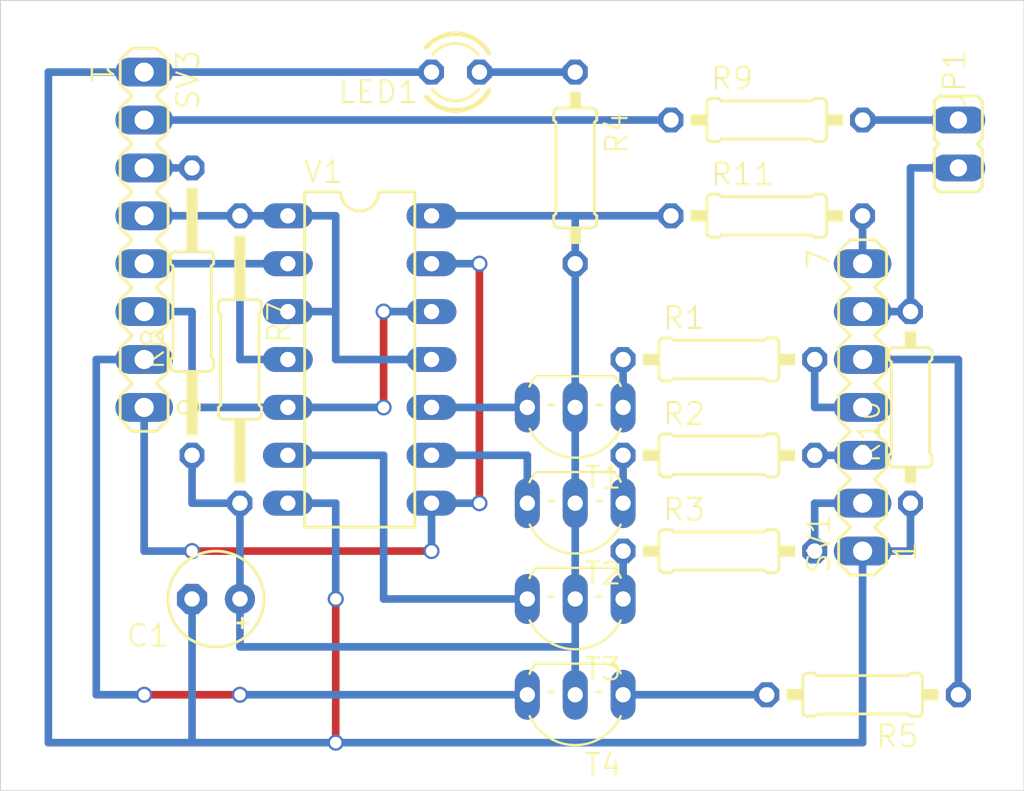
<source format=kicad_pcb>
(kicad_pcb (version 20240108) (generator "pcbnew") (generator_version "8.0")
  (layers (0 "F.Cu" signal) (31 "B.Cu" signal) (34 "B.Paste" user) (35 "F.Paste" user) (36 "B.SilkS" user "B.Silkscreen") (37 "F.SilkS" user "F.Silkscreen") (38 "B.Mask" user) (39 "F.Mask" user) (44 "Edge.Cuts" user))
  (net 0 "")
  (net 1 "3_SOUND")
  (net 2 "6_BALL")
  (net 3 "9_RIGHT_PLAYER")
  (net 4 "10_LEFT_PLAYER")
  (net 5 "24_SCORE+FIELD")
  (net 6 "COMPOSITE_VIDEO")
  (net 7 "B_OUT")
  (net 8 "G_OUT")
  (net 9 "R_OUT")
  (net 10 "R_TTL")
  (net 11 "G_TTL")
  (net 12 "B_TTL")
  (net 13 "N$6")
  (net 14 "N$7")
  (net 15 "N$21")
  (net 16 "4_VCC")
  (net 17 "AUDIO_OUT")
  (net 18 "N$23")
  (net 19 "RGB_CVBS_")
  (net 20 "16_SYNC")
  (net 21 "VCC")
  (net 22 "GND")
  (net 23 "N$1")
  (net 24 "N$2")
  (footprint "rgbpong:TO92-ECB" (layer "F.Cu") (at 151.8411 120.8736 180)
    (property "Reference" "T4" (at -2.54 -3.048 0) (layer "F.SilkS") (effects (font (size 1.1557 1.1557) (thickness 0.1143)) (justify right top)))
    (property "Value" "BC547")
    (pad "B" thru_hole oval (at 2.54 0 270) (size 2.6416 1.3208) (drill 0.8128) (layers "*.Cu" "*.Mask") (net 20 "16_SYNC"))
    (pad "C" thru_hole oval (at 0 0 270) (size 2.6416 1.3208) (drill 0.8128) (layers "*.Cu" "*.Mask") (net 21 "VCC"))
    (pad "E" thru_hole oval (at -2.54 0 270) (size 2.6416 1.3208) (drill 0.8128) (layers "*.Cu" "*.Mask") (net 24 "N$2"))
  )
  (footprint "rgbpong:TO92-ECB" (layer "F.Cu") (at 151.8411 110.7136 180)
    (property "Reference" "T2" (at -2.54 -3.048 0) (layer "F.SilkS") (effects (font (size 1.1557 1.1557) (thickness 0.1143)) (justify right top)))
    (property "Value" "BC547")
    (pad "B" thru_hole oval (at 2.54 0 270) (size 2.6416 1.3208) (drill 0.8128) (layers "*.Cu" "*.Mask") (net 11 "G_TTL"))
    (pad "C" thru_hole oval (at 0 0 270) (size 2.6416 1.3208) (drill 0.8128) (layers "*.Cu" "*.Mask") (net 21 "VCC"))
    (pad "E" thru_hole oval (at -2.54 0 270) (size 2.6416 1.3208) (drill 0.8128) (layers "*.Cu" "*.Mask") (net 14 "N$7"))
  )
  (footprint "rgbpong:0207_10" (layer "F.Cu") (at 151.8411 92.9336 -90)
    (property "Reference" "R4" (at -3.048 -1.524 90) (layer "F.SilkS") (effects (font (size 1.1557 1.1557) (thickness 0.1143)) (justify right top)))
    (property "Value" "330")
    (pad "1" thru_hole roundrect (at -5.08 0 270) (size 1.3208 1.3208) (drill 0.8128) (layers "*.Cu" "*.Mask") (chamfer_ratio 0.2928932188) (chamfer top_left top_right bottom_left bottom_right) (net 23 "N$1"))
    (pad "2" thru_hole roundrect (at 5.08 0 270) (size 1.3208 1.3208) (drill 0.8128) (layers "*.Cu" "*.Mask") (chamfer_ratio 0.2928932188) (chamfer top_left top_right bottom_left bottom_right) (net 21 "VCC"))
  )
  (footprint "rgbpong:0207_15" (layer "F.Cu") (at 131.5211 100.5536 90)
    (property "Reference" "R8" (at -3.175 -1.397 90) (layer "F.SilkS") (effects (font (size 1.1557 1.1557) (thickness 0.1143)) (justify left bottom)))
    (property "Value" "1")
    (pad "1" thru_hole roundrect (at -7.62 0 90) (size 1.3208 1.3208) (drill 0.8128) (layers "*.Cu" "*.Mask") (chamfer_ratio 0.2928932188) (chamfer top_left top_right bottom_left bottom_right) (net 21 "VCC"))
    (pad "2" thru_hole roundrect (at 7.62 0 90) (size 1.3208 1.3208) (drill 0.8128) (layers "*.Cu" "*.Mask") (chamfer_ratio 0.2928932188) (chamfer top_left top_right bottom_left bottom_right) (net 16 "4_VCC"))
  )
  (footprint "rgbpong:MA08-1" (layer "F.Cu") (at 128.9811 96.7436 -90)
    (property "Reference" "SV3" (at -10.16 -1.651 90) (layer "F.SilkS") (effects (font (size 1.1557 1.1557) (thickness 0.1143)) (justify right top)))
    (property "Value" "0")
    (fp_text user "8" (at 8.255 -1.651 -90) (layer "F.SilkS") (effects (font (size 1.143 1.143) (thickness 0.127)) (justify left bottom)))
    (fp_text user "1" (at -9.398 2.921 -90) (layer "F.SilkS") (effects (font (size 1.143 1.143) (thickness 0.127)) (justify left bottom)))
    (pad "1" thru_hole oval (at -8.89 0) (size 3.048 1.524) (drill 1.016) (layers "*.Cu" "*.Mask") (net 22 "GND"))
    (pad "2" thru_hole oval (at -6.35 0) (size 3.048 1.524) (drill 1.016) (layers "*.Cu" "*.Mask") (net 1 "3_SOUND"))
    (pad "3" thru_hole oval (at -3.81 0) (size 3.048 1.524) (drill 1.016) (layers "*.Cu" "*.Mask") (net 16 "4_VCC"))
    (pad "4" thru_hole oval (at -1.27 0) (size 3.048 1.524) (drill 1.016) (layers "*.Cu" "*.Mask") (net 2 "6_BALL"))
    (pad "5" thru_hole oval (at 1.27 0) (size 3.048 1.524) (drill 1.016) (layers "*.Cu" "*.Mask") (net 3 "9_RIGHT_PLAYER"))
    (pad "6" thru_hole oval (at 3.81 0) (size 3.048 1.524) (drill 1.016) (layers "*.Cu" "*.Mask") (net 4 "10_LEFT_PLAYER"))
    (pad "7" thru_hole oval (at 6.35 0) (size 3.048 1.524) (drill 1.016) (layers "*.Cu" "*.Mask") (net 20 "16_SYNC"))
    (pad "8" thru_hole oval (at 8.89 0) (size 3.048 1.524) (drill 1.016) (layers "*.Cu" "*.Mask") (net 5 "24_SCORE+FIELD"))
  )
  (footprint "rgbpong:0207_10" (layer "F.Cu") (at 169.6211 105.6336 90)
    (property "Reference" "R10" (at -3.048 -1.524 90) (layer "F.SilkS") (effects (font (size 1.1557 1.1557) (thickness 0.1143)) (justify left bottom)))
    (property "Value" "1k5")
    (pad "1" thru_hole roundrect (at -5.08 0 90) (size 1.3208 1.3208) (drill 0.8128) (layers "*.Cu" "*.Mask") (chamfer_ratio 0.2928932188) (chamfer top_left top_right bottom_left bottom_right) (net 22 "GND"))
    (pad "2" thru_hole roundrect (at 5.08 0 90) (size 1.3208 1.3208) (drill 0.8128) (layers "*.Cu" "*.Mask") (chamfer_ratio 0.2928932188) (chamfer top_left top_right bottom_left bottom_right) (net 17 "AUDIO_OUT"))
  )
  (footprint "rgbpong:TO92-ECB" (layer "F.Cu") (at 151.8411 105.6336 180)
    (property "Reference" "T1" (at -2.54 -3.048 0) (layer "F.SilkS") (effects (font (size 1.1557 1.1557) (thickness 0.1143)) (justify right top)))
    (property "Value" "BC547")
    (pad "B" thru_hole oval (at 2.54 0 270) (size 2.6416 1.3208) (drill 0.8128) (layers "*.Cu" "*.Mask") (net 10 "R_TTL"))
    (pad "C" thru_hole oval (at 0 0 270) (size 2.6416 1.3208) (drill 0.8128) (layers "*.Cu" "*.Mask") (net 21 "VCC"))
    (pad "E" thru_hole oval (at -2.54 0 270) (size 2.6416 1.3208) (drill 0.8128) (layers "*.Cu" "*.Mask") (net 13 "N$6"))
  )
  (footprint "rgbpong:LED3MM" (layer "F.Cu") (at 145.4911 87.8536 180)
    (property "Reference" "LED1" (at 1.905 -0.381 0) (layer "F.SilkS") (effects (font (size 1.1557 1.1557) (thickness 0.1143)) (justify right top)))
    (property "Value" "rot")
    (pad "A" thru_hole roundrect (at -1.27 0 180) (size 1.3208 1.3208) (drill 0.8128) (layers "*.Cu" "*.Mask") (chamfer_ratio 0.2928932188) (chamfer top_left top_right bottom_left bottom_right) (net 23 "N$1"))
    (pad "K" thru_hole roundrect (at 1.27 0 180) (size 1.3208 1.3208) (drill 0.8128) (layers "*.Cu" "*.Mask") (chamfer_ratio 0.2928932188) (chamfer top_left top_right bottom_left bottom_right) (net 22 "GND"))
  )
  (footprint "rgbpong:0207_10" (layer "F.Cu") (at 159.4611 108.1736)
    (property "Reference" "R2" (at -3.048 -1.524 0) (layer "F.SilkS") (effects (font (size 1.1557 1.1557) (thickness 0.1143)) (justify left bottom)))
    (property "Value" "470")
    (pad "1" thru_hole roundrect (at -5.08 0) (size 1.3208 1.3208) (drill 0.8128) (layers "*.Cu" "*.Mask") (chamfer_ratio 0.2928932188) (chamfer top_left top_right bottom_left bottom_right) (net 14 "N$7"))
    (pad "2" thru_hole roundrect (at 5.08 0) (size 1.3208 1.3208) (drill 0.8128) (layers "*.Cu" "*.Mask") (chamfer_ratio 0.2928932188) (chamfer top_left top_right bottom_left bottom_right) (net 8 "G_OUT"))
  )
  (footprint "rgbpong:JP1" (layer "F.Cu") (at 172.1611 91.6636 180)
    (property "Reference" "JP1" (at 0.889 5.08 90) (layer "F.SilkS") (effects (font (size 1.1557 1.1557) (thickness 0.1143)) (justify right top)))
    (property "Value" "0")
    (pad "1" thru_hole oval (at 0 1.27 180) (size 2.8448 1.4224) (drill 0.9144) (layers "*.Cu" "*.Mask") (net 18 "N$23"))
    (pad "2" thru_hole oval (at 0 -1.27 180) (size 2.8448 1.4224) (drill 0.9144) (layers "*.Cu" "*.Mask") (net 17 "AUDIO_OUT"))
  )
  (footprint "rgbpong:0207_15" (layer "F.Cu") (at 134.0611 103.0936 -90)
    (property "Reference" "R7" (at -3.175 -1.397 90) (layer "F.SilkS") (effects (font (size 1.1557 1.1557) (thickness 0.1143)) (justify right top)))
    (property "Value" "1k")
    (pad "1" thru_hole roundrect (at -7.62 0 270) (size 1.3208 1.3208) (drill 0.8128) (layers "*.Cu" "*.Mask") (chamfer_ratio 0.2928932188) (chamfer top_left top_right bottom_left bottom_right) (net 2 "6_BALL"))
    (pad "2" thru_hole roundrect (at 7.62 0 270) (size 1.3208 1.3208) (drill 0.8128) (layers "*.Cu" "*.Mask") (chamfer_ratio 0.2928932188) (chamfer top_left top_right bottom_left bottom_right) (net 21 "VCC"))
  )
  (footprint "rgbpong:0207_10" (layer "F.Cu") (at 162.0011 95.4736)
    (property "Reference" "R11" (at -3.048 -1.524 0) (layer "F.SilkS") (effects (font (size 1.1557 1.1557) (thickness 0.1143)) (justify left bottom)))
    (property "Value" "150")
    (pad "1" thru_hole roundrect (at -5.08 0) (size 1.3208 1.3208) (drill 0.8128) (layers "*.Cu" "*.Mask") (chamfer_ratio 0.2928932188) (chamfer top_left top_right bottom_left bottom_right) (net 21 "VCC"))
    (pad "2" thru_hole roundrect (at 5.08 0) (size 1.3208 1.3208) (drill 0.8128) (layers "*.Cu" "*.Mask") (chamfer_ratio 0.2928932188) (chamfer top_left top_right bottom_left bottom_right) (net 19 "RGB_CVBS_"))
  )
  (footprint "rgbpong:0207_10" (layer "F.Cu") (at 159.4611 103.0936)
    (property "Reference" "R1" (at -3.048 -1.524 0) (layer "F.SilkS") (effects (font (size 1.1557 1.1557) (thickness 0.1143)) (justify left bottom)))
    (property "Value" "470")
    (pad "1" thru_hole roundrect (at -5.08 0) (size 1.3208 1.3208) (drill 0.8128) (layers "*.Cu" "*.Mask") (chamfer_ratio 0.2928932188) (chamfer top_left top_right bottom_left bottom_right) (net 13 "N$6"))
    (pad "2" thru_hole roundrect (at 5.08 0) (size 1.3208 1.3208) (drill 0.8128) (layers "*.Cu" "*.Mask") (chamfer_ratio 0.2928932188) (chamfer top_left top_right bottom_left bottom_right) (net 9 "R_OUT"))
  )
  (footprint "rgbpong:0207_10" (layer "F.Cu") (at 167.0811 120.8736 180)
    (property "Reference" "R5" (at -3.048 -1.524 0) (layer "F.SilkS") (effects (font (size 1.1557 1.1557) (thickness 0.1143)) (justify right top)))
    (property "Value" "1k5")
    (pad "1" thru_hole roundrect (at -5.08 0 180) (size 1.3208 1.3208) (drill 0.8128) (layers "*.Cu" "*.Mask") (chamfer_ratio 0.2928932188) (chamfer top_left top_right bottom_left bottom_right) (net 6 "COMPOSITE_VIDEO"))
    (pad "2" thru_hole roundrect (at 5.08 0 180) (size 1.3208 1.3208) (drill 0.8128) (layers "*.Cu" "*.Mask") (chamfer_ratio 0.2928932188) (chamfer top_left top_right bottom_left bottom_right) (net 24 "N$2"))
  )
  (footprint "rgbpong:TO92-ECB" (layer "F.Cu") (at 151.8411 115.7936 180)
    (property "Reference" "T3" (at -2.54 -3.048 0) (layer "F.SilkS") (effects (font (size 1.1557 1.1557) (thickness 0.1143)) (justify right top)))
    (property "Value" "BC547")
    (pad "B" thru_hole oval (at 2.54 0 270) (size 2.6416 1.3208) (drill 0.8128) (layers "*.Cu" "*.Mask") (net 12 "B_TTL"))
    (pad "C" thru_hole oval (at 0 0 270) (size 2.6416 1.3208) (drill 0.8128) (layers "*.Cu" "*.Mask") (net 21 "VCC"))
    (pad "E" thru_hole oval (at -2.54 0 270) (size 2.6416 1.3208) (drill 0.8128) (layers "*.Cu" "*.Mask") (net 15 "N$21"))
  )
  (footprint "rgbpong:E2,5-5" (layer "F.Cu") (at 132.7911 115.7936 180)
    (property "Reference" "C1" (at 2.413 -1.27 0) (layer "F.SilkS") (effects (font (size 1.1557 1.1557) (thickness 0.1143)) (justify right top)))
    (property "Value" "100µ")
    (pad "+" thru_hole circle (at -1.27 0 180) (size 1.6002 1.6002) (drill 0.8128) (layers "*.Cu" "*.Mask") (net 21 "VCC"))
    (pad "-" thru_hole roundrect (at 1.27 0 180) (size 1.6002 1.6002) (drill 0.8128) (layers "*.Cu" "*.Mask") (chamfer_ratio 0.2928932188) (chamfer top_left top_right bottom_left bottom_right) (net 22 "GND"))
  )
  (footprint "rgbpong:0207_10" (layer "F.Cu") (at 162.0011 90.3936)
    (property "Reference" "R9" (at -3.048 -1.524 0) (layer "F.SilkS") (effects (font (size 1.1557 1.1557) (thickness 0.1143)) (justify left bottom)))
    (property "Value" "5k6")
    (pad "1" thru_hole roundrect (at -5.08 0) (size 1.3208 1.3208) (drill 0.8128) (layers "*.Cu" "*.Mask") (chamfer_ratio 0.2928932188) (chamfer top_left top_right bottom_left bottom_right) (net 1 "3_SOUND"))
    (pad "2" thru_hole roundrect (at 5.08 0) (size 1.3208 1.3208) (drill 0.8128) (layers "*.Cu" "*.Mask") (chamfer_ratio 0.2928932188) (chamfer top_left top_right bottom_left bottom_right) (net 18 "N$23"))
  )
  (footprint "rgbpong:MA07-1" (layer "F.Cu") (at 167.0811 105.6336 90)
    (property "Reference" "SV1" (at -8.89 -1.651 90) (layer "F.SilkS") (effects (font (size 1.1557 1.1557) (thickness 0.1143)) (justify left bottom)))
    (property "Value" "0")
    (fp_text user "7" (at 7.239 -1.651 90) (layer "F.SilkS") (effects (font (size 1.143 1.143) (thickness 0.127)) (justify left bottom)))
    (fp_text user "1" (at -8.255 2.921 90) (layer "F.SilkS") (effects (font (size 1.143 1.143) (thickness 0.127)) (justify left bottom)))
    (pad "1" thru_hole oval (at -7.62 0 180) (size 3.048 1.524) (drill 1.016) (layers "*.Cu" "*.Mask") (net 22 "GND"))
    (pad "2" thru_hole oval (at -5.08 0 180) (size 3.048 1.524) (drill 1.016) (layers "*.Cu" "*.Mask") (net 7 "B_OUT"))
    (pad "3" thru_hole oval (at -2.54 0 180) (size 3.048 1.524) (drill 1.016) (layers "*.Cu" "*.Mask") (net 8 "G_OUT"))
    (pad "4" thru_hole oval (at 0 0 180) (size 3.048 1.524) (drill 1.016) (layers "*.Cu" "*.Mask") (net 9 "R_OUT"))
    (pad "5" thru_hole oval (at 2.54 0 180) (size 3.048 1.524) (drill 1.016) (layers "*.Cu" "*.Mask") (net 6 "COMPOSITE_VIDEO"))
    (pad "6" thru_hole oval (at 5.08 0 180) (size 3.048 1.524) (drill 1.016) (layers "*.Cu" "*.Mask") (net 17 "AUDIO_OUT"))
    (pad "7" thru_hole oval (at 7.62 0 180) (size 3.048 1.524) (drill 1.016) (layers "*.Cu" "*.Mask") (net 19 "RGB_CVBS_"))
  )
  (footprint "rgbpong:DIL14" (layer "F.Cu") (at 140.4111 103.0936 -90)
    (property "Reference" "V1" (at -9.271 3.048 0) (layer "F.SilkS") (effects (font (size 1.1557 1.1557) (thickness 0.1143)) (justify left bottom)))
    (property "Value" "744075N")
    (pad "1" thru_hole oval (at -7.62 3.81) (size 2.6416 1.3208) (drill 0.8128) (layers "*.Cu" "*.Mask") (net 2 "6_BALL"))
    (pad "2" thru_hole oval (at -5.08 3.81) (size 2.6416 1.3208) (drill 0.8128) (layers "*.Cu" "*.Mask") (net 3 "9_RIGHT_PLAYER"))
    (pad "3" thru_hole oval (at -2.54 3.81) (size 2.6416 1.3208) (drill 0.8128) (layers "*.Cu" "*.Mask") (net 2 "6_BALL"))
    (pad "4" thru_hole oval (at 0 3.81) (size 2.6416 1.3208) (drill 0.8128) (layers "*.Cu" "*.Mask") (net 3 "9_RIGHT_PLAYER"))
    (pad "5" thru_hole oval (at 2.54 3.81) (size 2.6416 1.3208) (drill 0.8128) (layers "*.Cu" "*.Mask") (net 4 "10_LEFT_PLAYER"))
    (pad "6" thru_hole oval (at 5.08 3.81) (size 2.6416 1.3208) (drill 0.8128) (layers "*.Cu" "*.Mask") (net 12 "B_TTL"))
    (pad "7" thru_hole oval (at 7.62 3.81) (size 2.6416 1.3208) (drill 0.8128) (layers "*.Cu" "*.Mask") (net 22 "GND"))
    (pad "8" thru_hole oval (at 7.62 -3.81) (size 2.6416 1.3208) (drill 0.8128) (layers "*.Cu" "*.Mask") (net 5 "24_SCORE+FIELD"))
    (pad "9" thru_hole oval (at 5.08 -3.81) (size 2.6416 1.3208) (drill 0.8128) (layers "*.Cu" "*.Mask") (net 11 "G_TTL"))
    (pad "10" thru_hole oval (at 2.54 -3.81) (size 2.6416 1.3208) (drill 0.8128) (layers "*.Cu" "*.Mask") (net 10 "R_TTL"))
    (pad "11" thru_hole oval (at 0 -3.81) (size 2.6416 1.3208) (drill 0.8128) (layers "*.Cu" "*.Mask") (net 2 "6_BALL"))
    (pad "12" thru_hole oval (at -2.54 -3.81) (size 2.6416 1.3208) (drill 0.8128) (layers "*.Cu" "*.Mask") (net 4 "10_LEFT_PLAYER"))
    (pad "13" thru_hole oval (at -5.08 -3.81) (size 2.6416 1.3208) (drill 0.8128) (layers "*.Cu" "*.Mask") (net 5 "24_SCORE+FIELD"))
    (pad "14" thru_hole oval (at -7.62 -3.81) (size 2.6416 1.3208) (drill 0.8128) (layers "*.Cu" "*.Mask") (net 21 "VCC"))
  )
  (footprint "rgbpong:0207_10" (layer "F.Cu") (at 159.4611 113.2536)
    (property "Reference" "R3" (at -3.048 -1.524 0) (layer "F.SilkS") (effects (font (size 1.1557 1.1557) (thickness 0.1143)) (justify left bottom)))
    (property "Value" "470")
    (pad "1" thru_hole roundrect (at -5.08 0) (size 1.3208 1.3208) (drill 0.8128) (layers "*.Cu" "*.Mask") (chamfer_ratio 0.2928932188) (chamfer top_left top_right bottom_left bottom_right) (net 15 "N$21"))
    (pad "2" thru_hole roundrect (at 5.08 0) (size 1.3208 1.3208) (drill 0.8128) (layers "*.Cu" "*.Mask") (chamfer_ratio 0.2928932188) (chamfer top_left top_right bottom_left bottom_right) (net 7 "B_OUT"))
  )
  (gr_line (start 175.6411 125.9536) (end 175.6411 84.0536) (stroke (width 0.05)) (layer "Edge.Cuts"))
  (gr_line (start 175.6411 84.0536) (end 121.3611 84.0536) (stroke (width 0.05)) (layer "Edge.Cuts"))
  (gr_line (start 121.3611 84.0536) (end 121.3611 125.9536) (stroke (width 0.05)) (layer "Edge.Cuts"))
  (gr_line (start 121.3611 125.9536) (end 175.6411 125.9536) (stroke (width 0.05)) (layer "Edge.Cuts"))
  (segment (start 128.9811 90.3936) (end 156.9211 90.3936) (width 0.4064) (layer "B.Cu") (net 1))
  (segment (start 139.1411 100.5536) (end 139.1411 103.0936) (width 0.4064) (layer "B.Cu") (net 2))
  (segment (start 139.1411 103.0936) (end 144.2211 103.0936) (width 0.4064) (layer "B.Cu") (net 2))
  (segment (start 136.6011 95.4736) (end 139.1411 95.4736) (width 0.4064) (layer "B.Cu") (net 2))
  (segment (start 134.0611 95.4736) (end 136.6011 95.4736) (width 0.4064) (layer "B.Cu") (net 2))
  (segment (start 136.6011 100.5536) (end 139.1411 100.5536) (width 0.4064) (layer "B.Cu") (net 2))
  (segment (start 128.9811 95.4736) (end 134.0611 95.4736) (width 0.4064) (layer "B.Cu") (net 2))
  (segment (start 139.1411 95.4736) (end 139.1411 100.5536) (width 0.4064) (layer "B.Cu") (net 2))
  (segment (start 136.6011 103.0936) (end 134.0611 103.0936) (width 0.4064) (layer "B.Cu") (net 3))
  (segment (start 134.0611 98.0136) (end 136.6011 98.0136) (width 0.4064) (layer "B.Cu") (net 3))
  (segment (start 128.9811 98.0136) (end 134.0611 98.0136) (width 0.4064) (layer "B.Cu") (net 3))
  (segment (start 134.0611 103.0936) (end 134.0611 98.0136) (width 0.4064) (layer "B.Cu") (net 3))
  (segment (start 141.6811 105.6336) (end 141.6811 100.5536) (width 0.4064) (layer "F.Cu") (net 4))
  (via (at 141.6811 105.6336) (size 0.85) (drill 0.6096) (layers "F.Cu" "B.Cu") (net 4))
  (via (at 141.6811 100.5536) (size 0.85) (drill 0.6096) (layers "F.Cu" "B.Cu") (net 4))
  (segment (start 136.6011 105.6336) (end 131.5211 105.6336) (width 0.4064) (layer "B.Cu") (net 4))
  (segment (start 136.6011 105.6336) (end 141.6811 105.6336) (width 0.4064) (layer "B.Cu") (net 4))
  (segment (start 128.9811 100.5536) (end 131.5211 100.5536) (width 0.4064) (layer "B.Cu") (net 4))
  (segment (start 144.2211 100.5536) (end 141.6811 100.5536) (width 0.4064) (layer "B.Cu") (net 4))
  (segment (start 131.5211 105.6336) (end 131.5211 100.5536) (width 0.4064) (layer "B.Cu") (net 4))
  (segment (start 144.2211 113.2536) (end 131.5211 113.2536) (width 0.4064) (layer "F.Cu") (net 5))
  (segment (start 146.7611 110.7136) (end 146.7611 98.0136) (width 0.4064) (layer "F.Cu") (net 5))
  (via (at 131.5211 113.2536) (size 0.85) (drill 0.6096) (layers "F.Cu" "B.Cu") (net 5))
  (via (at 144.2211 113.2536) (size 0.85) (drill 0.6096) (layers "F.Cu" "B.Cu") (net 5))
  (via (at 146.7611 110.7136) (size 0.85) (drill 0.6096) (layers "F.Cu" "B.Cu") (net 5))
  (via (at 146.7611 98.0136) (size 0.85) (drill 0.6096) (layers "F.Cu" "B.Cu") (net 5))
  (segment (start 144.2211 110.7136) (end 146.7611 110.7136) (width 0.4064) (layer "B.Cu") (net 5))
  (segment (start 144.2211 98.0136) (end 146.7611 98.0136) (width 0.4064) (layer "B.Cu") (net 5))
  (segment (start 144.2211 110.7136) (end 144.2211 113.2536) (width 0.4064) (layer "B.Cu") (net 5))
  (segment (start 128.9811 113.2536) (end 131.5211 113.2536) (width 0.4064) (layer "B.Cu") (net 5))
  (segment (start 128.9811 105.6336) (end 128.9811 113.2536) (width 0.4064) (layer "B.Cu") (net 5))
  (segment (start 167.0811 103.0936) (end 172.1611 103.0936) (width 0.4064) (layer "B.Cu") (net 6))
  (segment (start 172.1611 103.0936) (end 172.1611 120.8736) (width 0.4064) (layer "B.Cu") (net 6))
  (segment (start 167.0811 110.7136) (end 164.5411 110.7136) (width 0.4064) (layer "B.Cu") (net 7))
  (segment (start 164.5411 110.7136) (end 164.5411 113.2536) (width 0.4064) (layer "B.Cu") (net 7))
  (segment (start 164.5411 108.1736) (end 167.0811 108.1736) (width 0.4064) (layer "B.Cu") (net 8))
  (segment (start 164.5411 105.6336) (end 164.5411 103.0936) (width 0.4064) (layer "B.Cu") (net 9))
  (segment (start 167.0811 105.6336) (end 164.5411 105.6336) (width 0.4064) (layer "B.Cu") (net 9))
  (segment (start 144.2211 105.6336) (end 149.3011 105.6336) (width 0.4064) (layer "B.Cu") (net 10))
  (segment (start 149.3011 108.1736) (end 149.3011 110.7136) (width 0.4064) (layer "B.Cu") (net 11))
  (segment (start 144.2211 108.1736) (end 149.3011 108.1736) (width 0.4064) (layer "B.Cu") (net 11))
  (segment (start 149.3011 115.7936) (end 141.6811 115.7936) (width 0.4064) (layer "B.Cu") (net 12))
  (segment (start 136.6011 108.1736) (end 141.6811 108.1736) (width 0.4064) (layer "B.Cu") (net 12))
  (segment (start 141.6811 108.1736) (end 141.6811 115.7936) (width 0.4064) (layer "B.Cu") (net 12))
  (segment (start 154.3811 105.6336) (end 154.3811 103.0936) (width 0.4064) (layer "B.Cu") (net 13))
  (segment (start 154.3811 110.7136) (end 154.3811 108.1736) (width 0.4064) (layer "B.Cu") (net 14))
  (segment (start 154.3811 115.7936) (end 154.3811 113.2536) (width 0.4064) (layer "B.Cu") (net 15))
  (segment (start 128.9811 92.9336) (end 131.5211 92.9336) (width 0.4064) (layer "B.Cu") (net 16))
  (segment (start 169.6211 92.9336) (end 169.6211 100.5536) (width 0.4064) (layer "B.Cu") (net 17))
  (segment (start 167.0811 100.5536) (end 169.6211 100.5536) (width 0.4064) (layer "B.Cu") (net 17))
  (segment (start 172.1611 92.9336) (end 169.6211 92.9336) (width 0.4064) (layer "B.Cu") (net 17))
  (segment (start 167.0811 90.3936) (end 172.1611 90.3936) (width 0.4064) (layer "B.Cu") (net 18))
  (segment (start 167.0811 95.4736) (end 167.0811 98.0136) (width 0.4064) (layer "B.Cu") (net 19))
  (segment (start 128.9811 120.8736) (end 134.0611 120.8736) (width 0.4064) (layer "F.Cu") (net 20))
  (via (at 128.9811 120.8736) (size 0.85) (drill 0.6096) (layers "F.Cu" "B.Cu") (net 20))
  (via (at 134.0611 120.8736) (size 0.85) (drill 0.6096) (layers "F.Cu" "B.Cu") (net 20))
  (segment (start 126.4411 120.8736) (end 128.9811 120.8736) (width 0.4064) (layer "B.Cu") (net 20))
  (segment (start 149.3011 120.8736) (end 134.0611 120.8736) (width 0.4064) (layer "B.Cu") (net 20))
  (segment (start 126.4411 103.0936) (end 126.4411 120.8736) (width 0.4064) (layer "B.Cu") (net 20))
  (segment (start 128.9811 103.0936) (end 126.4411 103.0936) (width 0.4064) (layer "B.Cu") (net 20))
  (segment (start 156.9211 95.4736) (end 151.8411 95.4736) (width 0.4064) (layer "B.Cu") (net 21))
  (segment (start 151.8411 115.7936) (end 151.8411 118.3336) (width 0.4064) (layer "B.Cu") (net 21))
  (segment (start 151.8411 118.3336) (end 134.0611 118.3336) (width 0.4064) (layer "B.Cu") (net 21))
  (segment (start 151.8411 105.6336) (end 151.8411 110.7136) (width 0.4064) (layer "B.Cu") (net 21))
  (segment (start 151.8411 98.0136) (end 151.8411 105.6336) (width 0.4064) (layer "B.Cu") (net 21))
  (segment (start 151.8411 120.8736) (end 151.8411 118.3336) (width 0.4064) (layer "B.Cu") (net 21))
  (segment (start 134.0611 110.7136) (end 134.0611 115.7936) (width 0.4064) (layer "B.Cu") (net 21))
  (segment (start 131.5211 110.7136) (end 131.5211 108.1736) (width 0.4064) (layer "B.Cu") (net 21))
  (segment (start 151.8411 95.4736) (end 151.8411 98.0136) (width 0.4064) (layer "B.Cu") (net 21))
  (segment (start 134.0611 115.7936) (end 134.0611 118.3336) (width 0.4064) (layer "B.Cu") (net 21))
  (segment (start 131.5211 110.7136) (end 134.0611 110.7136) (width 0.4064) (layer "B.Cu") (net 21))
  (segment (start 151.8411 95.4736) (end 144.2211 95.4736) (width 0.4064) (layer "B.Cu") (net 21))
  (segment (start 151.8411 110.7136) (end 151.8411 115.7936) (width 0.4064) (layer "B.Cu") (net 21))
  (segment (start 139.1411 115.7936) (end 139.1411 123.4136) (width 0.4064) (layer "F.Cu") (net 22))
  (via (at 139.1411 123.4136) (size 0.85) (drill 0.6096) (layers "F.Cu" "B.Cu") (net 22))
  (via (at 139.1411 115.7936) (size 0.85) (drill 0.6096) (layers "F.Cu" "B.Cu") (net 22))
  (segment (start 128.9811 87.8536) (end 123.9011 87.8536) (width 0.4064) (layer "B.Cu") (net 22))
  (segment (start 139.1411 123.4136) (end 131.5211 123.4136) (width 0.4064) (layer "B.Cu") (net 22))
  (segment (start 167.0811 113.2536) (end 167.0811 123.4136) (width 0.4064) (layer "B.Cu") (net 22))
  (segment (start 136.6011 110.7136) (end 139.1411 110.7136) (width 0.4064) (layer "B.Cu") (net 22))
  (segment (start 123.9011 123.4136) (end 131.5211 123.4136) (width 0.4064) (layer "B.Cu") (net 22))
  (segment (start 167.0811 113.2536) (end 169.6211 113.2536) (width 0.4064) (layer "B.Cu") (net 22))
  (segment (start 123.9011 87.8536) (end 123.9011 123.4136) (width 0.4064) (layer "B.Cu") (net 22))
  (segment (start 144.2211 87.8536) (end 128.9811 87.8536) (width 0.4064) (layer "B.Cu") (net 22))
  (segment (start 131.5211 115.7936) (end 131.5211 123.4136) (width 0.4064) (layer "B.Cu") (net 22))
  (segment (start 169.6211 110.7136) (end 169.6211 113.2536) (width 0.4064) (layer "B.Cu") (net 22))
  (segment (start 139.1411 110.7136) (end 139.1411 115.7936) (width 0.4064) (layer "B.Cu") (net 22))
  (segment (start 167.0811 123.4136) (end 139.1411 123.4136) (width 0.4064) (layer "B.Cu") (net 22))
  (segment (start 151.8411 87.8536) (end 146.7611 87.8536) (width 0.4064) (layer "B.Cu") (net 23))
  (segment (start 154.3811 120.8736) (end 162.0011 120.8736) (width 0.4064) (layer "B.Cu") (net 24))
)
</source>
